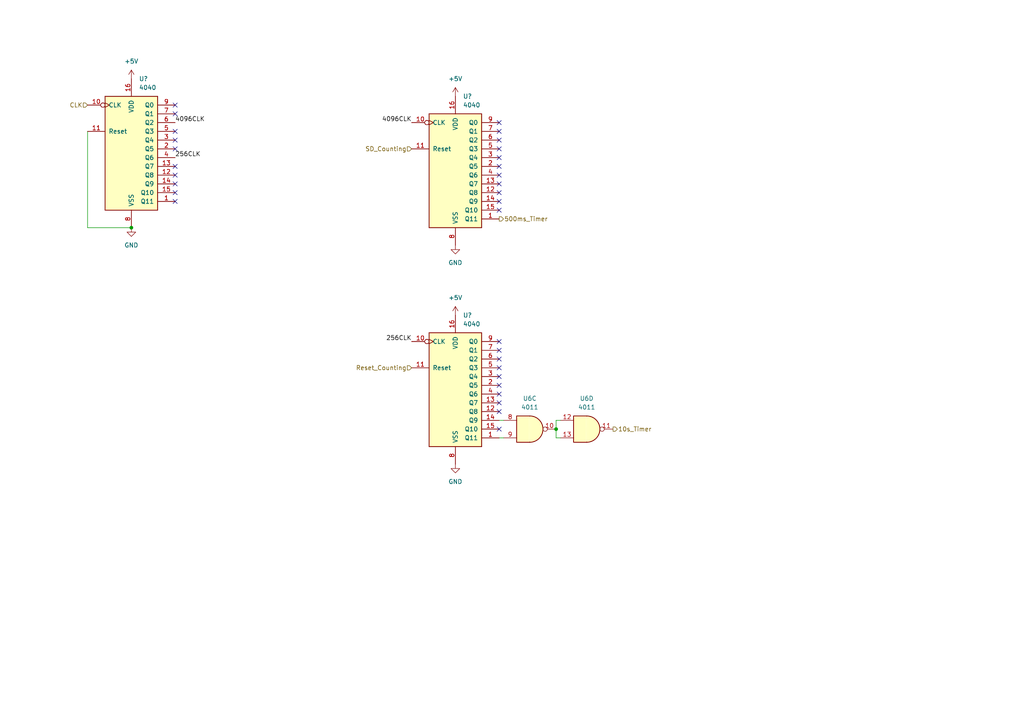
<source format=kicad_sch>
(kicad_sch (version 20230121) (generator eeschema)
  (paper "A4")
  (lib_symbols
    (symbol "4xxx:4011" (pin_names (offset 1.016))
      (property "Reference" "U" (at 0 1.27 0))
      (property "Value" "4011" (at 0 -1.27 0))
      (symbol "4011_1_1"
        (arc (start 0 -3.81) (mid 3.7934 0) (end 0 3.81) (stroke (width 0.254)) (fill (type background)))
        (polyline (pts (xy 0 3.81) (xy -3.81 3.81) (xy -3.81 -3.81) (xy 0 -3.81)) (stroke (width 0.254)) (fill (type background)))
        (pin input line (at -7.62 2.54 0) (length 3.81) (name "~") (number "1"))
        (pin input line (at -7.62 -2.54 0) (length 3.81) (name "~") (number "2"))
        (pin output inverted (at 7.62 0 180) (length 3.81) (name "~") (number "3"))
      )
      (symbol "4011_1_2"
        (arc (start -3.81 -3.81) (mid -2.589 0) (end -3.81 3.81) (stroke (width 0.254)))
        (arc (start -0.6096 -3.81) (mid 2.1842 -2.5851) (end 3.81 0) (stroke (width 0.254)) (fill (type background)))
        (polyline (pts (xy -3.81 -3.81) (xy -0.635 -3.81)) (stroke (width 0.254)) (fill (type background)))
        (polyline (pts (xy -3.81 3.81) (xy -0.635 3.81)) (stroke (width 0.254)) (fill (type background)))
        (polyline (pts (xy -0.635 3.81) (xy -3.81 3.81) (xy -3.81 3.81) (xy -3.556 3.4036) (xy -3.0226 2.2606) (xy -2.6924 1.0414) (xy -2.6162 -0.254) (xy -2.7686 -1.4986) (xy -3.175 -2.7178) (xy -3.81 -3.81) (xy -3.81 -3.81) (xy -0.635 -3.81)) (stroke (width -25.4)) (fill (type background)))
        (arc (start 3.81 0) (mid 2.1915 2.5936) (end -0.6096 3.81) (stroke (width 0.254)) (fill (type background)))
        (pin input inverted (at -7.62 2.54 0) (length 4.318) (name "~") (number "1"))
        (pin input inverted (at -7.62 -2.54 0) (length 4.318) (name "~") (number "2"))
        (pin output line (at 7.62 0 180) (length 3.81) (name "~") (number "3"))
      )
      (symbol "4011_2_1"
        (arc (start 0 -3.81) (mid 3.7934 0) (end 0 3.81) (stroke (width 0.254)) (fill (type background)))
        (polyline (pts (xy 0 3.81) (xy -3.81 3.81) (xy -3.81 -3.81) (xy 0 -3.81)) (stroke (width 0.254)) (fill (type background)))
        (pin output inverted (at 7.62 0 180) (length 3.81) (name "~") (number "4"))
        (pin input line (at -7.62 2.54 0) (length 3.81) (name "~") (number "5"))
        (pin input line (at -7.62 -2.54 0) (length 3.81) (name "~") (number "6"))
      )
      (symbol "4011_2_2"
        (arc (start -3.81 -3.81) (mid -2.589 0) (end -3.81 3.81) (stroke (width 0.254)))
        (arc (start -0.6096 -3.81) (mid 2.1842 -2.5851) (end 3.81 0) (stroke (width 0.254)) (fill (type background)))
        (polyline (pts (xy -3.81 -3.81) (xy -0.635 -3.81)) (stroke (width 0.254)) (fill (type background)))
        (polyline (pts (xy -3.81 3.81) (xy -0.635 3.81)) (stroke (width 0.254)) (fill (type background)))
        (polyline (pts (xy -0.635 3.81) (xy -3.81 3.81) (xy -3.81 3.81) (xy -3.556 3.4036) (xy -3.0226 2.2606) (xy -2.6924 1.0414) (xy -2.6162 -0.254) (xy -2.7686 -1.4986) (xy -3.175 -2.7178) (xy -3.81 -3.81) (xy -3.81 -3.81) (xy -0.635 -3.81)) (stroke (width -25.4)) (fill (type background)))
        (arc (start 3.81 0) (mid 2.1915 2.5936) (end -0.6096 3.81) (stroke (width 0.254)) (fill (type background)))
        (pin output line (at 7.62 0 180) (length 3.81) (name "~") (number "4"))
        (pin input inverted (at -7.62 2.54 0) (length 4.318) (name "~") (number "5"))
        (pin input inverted (at -7.62 -2.54 0) (length 4.318) (name "~") (number "6"))
      )
      (symbol "4011_3_1"
        (arc (start 0 -3.81) (mid 3.7934 0) (end 0 3.81) (stroke (width 0.254)) (fill (type background)))
        (polyline (pts (xy 0 3.81) (xy -3.81 3.81) (xy -3.81 -3.81) (xy 0 -3.81)) (stroke (width 0.254)) (fill (type background)))
        (pin output inverted (at 7.62 0 180) (length 3.81) (name "~") (number "10"))
        (pin input line (at -7.62 2.54 0) (length 3.81) (name "~") (number "8"))
        (pin input line (at -7.62 -2.54 0) (length 3.81) (name "~") (number "9"))
      )
      (symbol "4011_3_2"
        (arc (start -3.81 -3.81) (mid -2.589 0) (end -3.81 3.81) (stroke (width 0.254)))
        (arc (start -0.6096 -3.81) (mid 2.1842 -2.5851) (end 3.81 0) (stroke (width 0.254)) (fill (type background)))
        (polyline (pts (xy -3.81 -3.81) (xy -0.635 -3.81)) (stroke (width 0.254)) (fill (type background)))
        (polyline (pts (xy -3.81 3.81) (xy -0.635 3.81)) (stroke (width 0.254)) (fill (type background)))
        (polyline (pts (xy -0.635 3.81) (xy -3.81 3.81) (xy -3.81 3.81) (xy -3.556 3.4036) (xy -3.0226 2.2606) (xy -2.6924 1.0414) (xy -2.6162 -0.254) (xy -2.7686 -1.4986) (xy -3.175 -2.7178) (xy -3.81 -3.81) (xy -3.81 -3.81) (xy -0.635 -3.81)) (stroke (width -25.4)) (fill (type background)))
        (arc (start 3.81 0) (mid 2.1915 2.5936) (end -0.6096 3.81) (stroke (width 0.254)) (fill (type background)))
        (pin output line (at 7.62 0 180) (length 3.81) (name "~") (number "10"))
        (pin input inverted (at -7.62 2.54 0) (length 4.318) (name "~") (number "8"))
        (pin input inverted (at -7.62 -2.54 0) (length 4.318) (name "~") (number "9"))
      )
      (symbol "4011_4_1"
        (arc (start 0 -3.81) (mid 3.7934 0) (end 0 3.81) (stroke (width 0.254)) (fill (type background)))
        (polyline (pts (xy 0 3.81) (xy -3.81 3.81) (xy -3.81 -3.81) (xy 0 -3.81)) (stroke (width 0.254)) (fill (type background)))
        (pin output inverted (at 7.62 0 180) (length 3.81) (name "~") (number "11"))
        (pin input line (at -7.62 2.54 0) (length 3.81) (name "~") (number "12"))
        (pin input line (at -7.62 -2.54 0) (length 3.81) (name "~") (number "13"))
      )
      (symbol "4011_4_2"
        (arc (start -3.81 -3.81) (mid -2.589 0) (end -3.81 3.81) (stroke (width 0.254)))
        (arc (start -0.6096 -3.81) (mid 2.1842 -2.5851) (end 3.81 0) (stroke (width 0.254)) (fill (type background)))
        (polyline (pts (xy -3.81 -3.81) (xy -0.635 -3.81)) (stroke (width 0.254)) (fill (type background)))
        (polyline (pts (xy -3.81 3.81) (xy -0.635 3.81)) (stroke (width 0.254)) (fill (type background)))
        (polyline (pts (xy -0.635 3.81) (xy -3.81 3.81) (xy -3.81 3.81) (xy -3.556 3.4036) (xy -3.0226 2.2606) (xy -2.6924 1.0414) (xy -2.6162 -0.254) (xy -2.7686 -1.4986) (xy -3.175 -2.7178) (xy -3.81 -3.81) (xy -3.81 -3.81) (xy -0.635 -3.81)) (stroke (width -25.4)) (fill (type background)))
        (arc (start 3.81 0) (mid 2.1915 2.5936) (end -0.6096 3.81) (stroke (width 0.254)) (fill (type background)))
        (pin output line (at 7.62 0 180) (length 3.81) (name "~") (number "11"))
        (pin input inverted (at -7.62 2.54 0) (length 4.318) (name "~") (number "12"))
        (pin input inverted (at -7.62 -2.54 0) (length 4.318) (name "~") (number "13"))
      )
      (symbol "4011_5_0"
        (pin power_in line (at 0 12.7 270) (length 5.08) (name "VDD") (number "14"))
        (pin power_in line (at 0 -12.7 90) (length 5.08) (name "VSS") (number "7"))
      )
      (symbol "4011_5_1"
        (rectangle (start -5.08 7.62) (end 5.08 -7.62) (stroke (width 0.254)) (fill (type background)))
      )
    )
    (symbol "4xxx:4040" (pin_names (offset 1.016))
      (property "Reference" "U" (at -7.62 16.51 0))
      (property "Value" "4040" (at -7.62 -19.05 0))
      (symbol "4040_1_0"
        (pin output line (at 12.7 -15.24 180) (length 5.08) (name "Q11") (number "1"))
        (pin input inverted_clock (at -12.7 12.7 0) (length 5.08) (name "CLK") (number "10"))
        (pin input line (at -12.7 5.08 0) (length 5.08) (name "Reset") (number "11"))
        (pin output line (at 12.7 -7.62 180) (length 5.08) (name "Q8") (number "12"))
        (pin output line (at 12.7 -5.08 180) (length 5.08) (name "Q7") (number "13"))
        (pin output line (at 12.7 -10.16 180) (length 5.08) (name "Q9") (number "14"))
        (pin output line (at 12.7 -12.7 180) (length 5.08) (name "Q10") (number "15"))
        (pin power_in line (at 0 20.32 270) (length 5.08) (name "VDD") (number "16"))
        (pin output line (at 12.7 0 180) (length 5.08) (name "Q5") (number "2"))
        (pin output line (at 12.7 2.54 180) (length 5.08) (name "Q4") (number "3"))
        (pin output line (at 12.7 -2.54 180) (length 5.08) (name "Q6") (number "4"))
        (pin output line (at 12.7 5.08 180) (length 5.08) (name "Q3") (number "5"))
        (pin output line (at 12.7 7.62 180) (length 5.08) (name "Q2") (number "6"))
        (pin output line (at 12.7 10.16 180) (length 5.08) (name "Q1") (number "7"))
        (pin power_in line (at 0 -22.86 90) (length 5.08) (name "VSS") (number "8"))
        (pin output line (at 12.7 12.7 180) (length 5.08) (name "Q0") (number "9"))
      )
      (symbol "4040_1_1"
        (rectangle (start -7.62 15.24) (end 7.62 -17.78) (stroke (width 0.254)) (fill (type background)))
      )
    )
    (symbol "power:+5V" (power) (pin_names (offset 0))
      (property "Value" "+5V" (at 0 3.556 0))
      (symbol "+5V_0_1"
        (polyline (pts (xy -0.762 1.27) (xy 0 2.54)))
        (polyline (pts (xy 0 0) (xy 0 2.54)))
        (polyline (pts (xy 0 2.54) (xy 0.762 1.27)))
      )
      (symbol "+5V_1_1"
        (pin power_in line (at 0 0 90) (length 0) hide (name "+5V") (number "1"))
      )
    )
    (symbol "power:GND" (power) (pin_names (offset 0))
      (property "Value" "GND" (at 0 -3.81 0))
      (symbol "GND_0_1"
        (polyline (pts (xy 0 0) (xy 0 -1.27) (xy 1.27 -1.27) (xy 0 -2.54) (xy -1.27 -1.27) (xy 0 -1.27)))
      )
      (symbol "GND_1_1"
        (pin power_in line (at 0 0 270) (length 0) hide (name "GND") (number "1"))
      )
    )
  )
  (junction (at 38.1 66.04))
  (junction (at 161.29 124.46))
  (no_connect (at 144.78 104.14))
  (no_connect (at 144.78 53.34))
  (no_connect (at 144.78 109.22))
  (no_connect (at 144.78 111.76))
  (no_connect (at 144.78 43.18))
  (no_connect (at 144.78 99.06))
  (no_connect (at 144.78 50.8))
  (no_connect (at 50.8 38.1))
  (no_connect (at 50.8 58.42))
  (no_connect (at 144.78 38.1))
  (no_connect (at 144.78 58.42))
  (no_connect (at 144.78 116.84))
  (no_connect (at 144.78 106.68))
  (no_connect (at 144.78 119.38))
  (no_connect (at 50.8 40.64))
  (no_connect (at 144.78 101.6))
  (no_connect (at 144.78 45.72))
  (no_connect (at 144.78 114.3))
  (no_connect (at 144.78 35.56))
  (no_connect (at 50.8 33.02))
  (no_connect (at 50.8 55.88))
  (no_connect (at 144.78 40.64))
  (no_connect (at 50.8 43.18))
  (no_connect (at 50.8 53.34))
  (no_connect (at 144.78 55.88))
  (no_connect (at 50.8 50.8))
  (no_connect (at 144.78 60.96))
  (no_connect (at 50.8 48.26))
  (no_connect (at 144.78 124.46))
  (no_connect (at 50.8 30.48))
  (no_connect (at 144.78 48.26))
  (wire (pts (xy 146.05 127) (xy 144.78 127)))
  (wire (pts (xy 25.4 66.04) (xy 38.1 66.04)))
  (wire (pts (xy 161.29 124.46) (xy 161.29 127)))
  (wire (pts (xy 161.29 121.92) (xy 161.29 124.46)))
  (wire (pts (xy 162.56 121.92) (xy 161.29 121.92)))
  (wire (pts (xy 146.05 121.92) (xy 144.78 121.92)))
  (wire (pts (xy 25.4 38.1) (xy 25.4 66.04)))
  (wire (pts (xy 161.29 127) (xy 162.56 127)))
  (label "4096CLK" (at 119.38 35.56 180))
  (label "256CLK" (at 119.38 99.06 180))
  (label "256CLK" (at 50.8 45.72 0))
  (label "4096CLK" (at 50.8 35.56 0))
  (hierarchical_label "10s_Timer" (shape output) (at 177.8 124.46 0))
  (hierarchical_label "Reset_Counting" (shape input) (at 119.38 106.68 180))
  (hierarchical_label "SD_Counting" (shape input) (at 119.38 43.18 180))
  (hierarchical_label "CLK" (shape input) (at 25.4 30.48 180))
  (hierarchical_label "500ms_Timer" (shape output) (at 144.78 63.5 0))
  (symbol (lib_id "power:+5V") (at 132.08 27.94 0) (unit 1)
    (property "Reference" "#PWR028" (effects hide))
    (property "Value" "+5V" (at 132.08 22.86 0))
  )
  (symbol (lib_id "4xxx:4011") (at 153.67 124.46 0) (unit 3)
    (property "Reference" "U6" (at 153.6617 115.57 0))
    (property "Value" "4011" (at 153.6617 118.11 0))
    (property "Datasheet" "http://www.intersil.com/content/dam/Intersil/documents/cd40/cd4011bms-12bms-23bms.pdf" (effects hide))
  )
  (symbol (lib_id "4xxx:4040") (at 38.1 43.18 0) (unit 1)
    (property "Reference" "U?" (at 40.2941 22.86 0) (effects (justify left)))
    (property "Value" "4040" (at 40.2941 25.4 0) (effects (justify left)))
    (property "Datasheet" "http://www.intersil.com/content/dam/Intersil/documents/cd40/cd4020bms-24bms-40bms.pdf" (effects hide))
    (instances (project "New BSPD" (path "" (reference "U?") (unit 1)) (path "" (reference "U13") (unit 1))))
  )
  (symbol (lib_id "power:GND") (at 132.08 71.12 0) (unit 1)
    (property "Reference" "#PWR030" (effects hide))
    (property "Value" "GND" (at 132.08 76.2 0))
  )
  (symbol (lib_id "4xxx:4040") (at 132.08 111.76 0) (unit 1)
    (property "Reference" "U?" (at 134.2741 91.44 0) (effects (justify left)))
    (property "Value" "4040" (at 134.2741 93.98 0) (effects (justify left)))
    (property "Datasheet" "http://www.intersil.com/content/dam/Intersil/documents/cd40/cd4020bms-24bms-40bms.pdf" (effects hide))
    (instances (project "New BSPD" (path "" (reference "U?") (unit 1)) (path "" (reference "U15") (unit 1))))
  )
  (symbol (lib_id "power:+5V") (at 132.08 91.44 0) (unit 1)
    (property "Reference" "#PWR031" (effects hide))
    (property "Value" "+5V" (at 132.08 86.36 0))
  )
  (symbol (lib_id "4xxx:4040") (at 132.08 48.26 0) (unit 1)
    (property "Reference" "U?" (at 134.2741 27.94 0) (effects (justify left)))
    (property "Value" "4040" (at 134.2741 30.48 0) (effects (justify left)))
    (property "Datasheet" "http://www.intersil.com/content/dam/Intersil/documents/cd40/cd4020bms-24bms-40bms.pdf" (effects hide))
    (instances (project "New BSPD" (path "" (reference "U?") (unit 1)) (path "" (reference "U14") (unit 1))))
  )
  (symbol (lib_id "4xxx:4011") (at 170.18 124.46 0) (unit 4)
    (property "Reference" "U6" (at 170.1717 115.57 0))
    (property "Value" "4011" (at 170.1717 118.11 0))
    (property "Datasheet" "http://www.intersil.com/content/dam/Intersil/documents/cd40/cd4011bms-12bms-23bms.pdf" (effects hide))
  )
  (symbol (lib_id "power:GND") (at 38.1 66.04 0) (unit 1)
    (property "Reference" "#PWR029" (effects hide))
    (property "Value" "GND" (at 38.1 71.12 0))
  )
  (symbol (lib_id "power:+5V") (at 38.1 22.86 0) (unit 1)
    (property "Reference" "#PWR027" (effects hide))
    (property "Value" "+5V" (at 38.1 17.78 0))
  )
  (symbol (lib_id "power:GND") (at 132.08 134.62 0) (unit 1)
    (property "Reference" "#PWR032" (effects hide))
    (property "Value" "GND" (at 132.08 139.7 0))
  )
)
</source>
